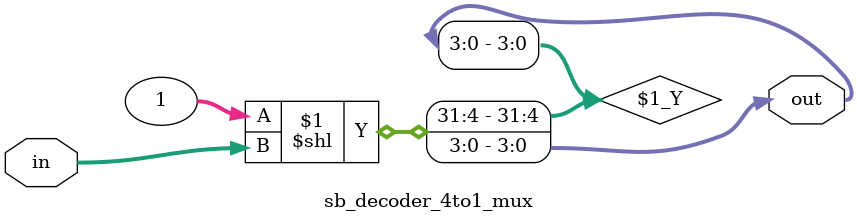
<source format=v>
module sb_decoder_4to1_mux (
    input wire [1:0] in,
    output wire [3:0] out
);

    assign out = (1 << in);

endmodule


</source>
